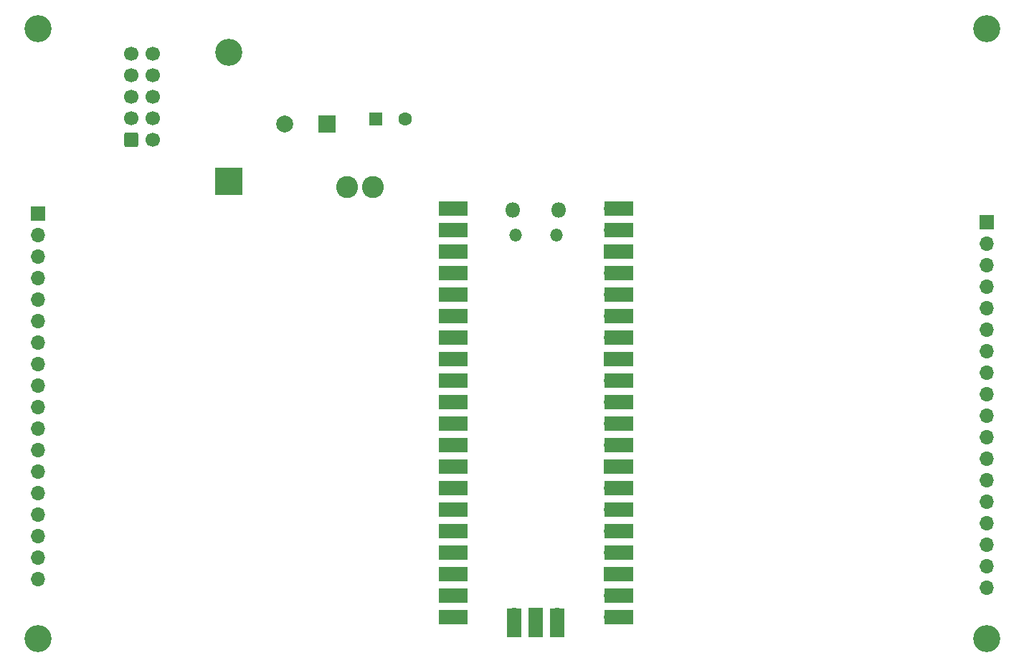
<source format=gbr>
%TF.GenerationSoftware,KiCad,Pcbnew,7.0.2*%
%TF.CreationDate,2023-08-30T16:49:00+01:00*%
%TF.ProjectId,dk2_02_bottom,646b325f-3032-45f6-926f-74746f6d2e6b,rev?*%
%TF.SameCoordinates,Original*%
%TF.FileFunction,Soldermask,Bot*%
%TF.FilePolarity,Negative*%
%FSLAX46Y46*%
G04 Gerber Fmt 4.6, Leading zero omitted, Abs format (unit mm)*
G04 Created by KiCad (PCBNEW 7.0.2) date 2023-08-30 16:49:00*
%MOMM*%
%LPD*%
G01*
G04 APERTURE LIST*
G04 Aperture macros list*
%AMRoundRect*
0 Rectangle with rounded corners*
0 $1 Rounding radius*
0 $2 $3 $4 $5 $6 $7 $8 $9 X,Y pos of 4 corners*
0 Add a 4 corners polygon primitive as box body*
4,1,4,$2,$3,$4,$5,$6,$7,$8,$9,$2,$3,0*
0 Add four circle primitives for the rounded corners*
1,1,$1+$1,$2,$3*
1,1,$1+$1,$4,$5*
1,1,$1+$1,$6,$7*
1,1,$1+$1,$8,$9*
0 Add four rect primitives between the rounded corners*
20,1,$1+$1,$2,$3,$4,$5,0*
20,1,$1+$1,$4,$5,$6,$7,0*
20,1,$1+$1,$6,$7,$8,$9,0*
20,1,$1+$1,$8,$9,$2,$3,0*%
G04 Aperture macros list end*
%ADD10C,3.200000*%
%ADD11R,1.700000X1.700000*%
%ADD12O,1.700000X1.700000*%
%ADD13RoundRect,0.250000X-0.600000X-0.600000X0.600000X-0.600000X0.600000X0.600000X-0.600000X0.600000X0*%
%ADD14C,1.700000*%
%ADD15C,2.600000*%
%ADD16R,1.600000X1.600000*%
%ADD17C,1.600000*%
%ADD18R,2.000000X2.000000*%
%ADD19C,2.000000*%
%ADD20R,3.200000X3.200000*%
%ADD21O,3.200000X3.200000*%
%ADD22O,1.800000X1.800000*%
%ADD23O,1.500000X1.500000*%
%ADD24R,3.500000X1.700000*%
%ADD25R,1.700000X3.500000*%
G04 APERTURE END LIST*
D10*
%TO.C,H4*%
X196000000Y-126000000D03*
%TD*%
%TO.C,H3*%
X84000000Y-126000000D03*
%TD*%
%TO.C,H2*%
X196000000Y-54000000D03*
%TD*%
D11*
%TO.C,J1*%
X84000000Y-75820000D03*
D12*
X84000000Y-78360000D03*
X84000000Y-80900000D03*
X84000000Y-83440000D03*
X84000000Y-85980000D03*
X84000000Y-88520000D03*
X84000000Y-91060000D03*
X84000000Y-93600000D03*
X84000000Y-96140000D03*
X84000000Y-98680000D03*
X84000000Y-101220000D03*
X84000000Y-103760000D03*
X84000000Y-106300000D03*
X84000000Y-108840000D03*
X84000000Y-111380000D03*
X84000000Y-113920000D03*
X84000000Y-116460000D03*
X84000000Y-119000000D03*
%TD*%
D10*
%TO.C,H1*%
X84000000Y-54000000D03*
%TD*%
D11*
%TO.C,J2*%
X196000000Y-76820000D03*
D12*
X196000000Y-79360000D03*
X196000000Y-81900000D03*
X196000000Y-84440000D03*
X196000000Y-86980000D03*
X196000000Y-89520000D03*
X196000000Y-92060000D03*
X196000000Y-94600000D03*
X196000000Y-97140000D03*
X196000000Y-99680000D03*
X196000000Y-102220000D03*
X196000000Y-104760000D03*
X196000000Y-107300000D03*
X196000000Y-109840000D03*
X196000000Y-112380000D03*
X196000000Y-114920000D03*
X196000000Y-117460000D03*
X196000000Y-120000000D03*
%TD*%
D13*
%TO.C,J3*%
X95000000Y-67080000D03*
D14*
X97540000Y-67080000D03*
X95000000Y-64540000D03*
X97540000Y-64540000D03*
X95000000Y-62000000D03*
X97540000Y-62000000D03*
X95000000Y-59460000D03*
X97540000Y-59460000D03*
X95000000Y-56920000D03*
X97540000Y-56920000D03*
%TD*%
D15*
%TO.C,L1*%
X120532323Y-72700000D03*
X123532323Y-72700000D03*
%TD*%
D16*
%TO.C,C27*%
X123879672Y-64600000D03*
D17*
X127379672Y-64600000D03*
%TD*%
D18*
%TO.C,C25*%
X118100000Y-65200000D03*
D19*
X113100000Y-65200000D03*
%TD*%
D20*
%TO.C,D2*%
X106500000Y-72000000D03*
D21*
X106500000Y-56760000D03*
%TD*%
D22*
%TO.C,U1*%
X145515000Y-75350000D03*
D23*
X145215000Y-78380000D03*
X140365000Y-78380000D03*
D22*
X140065000Y-75350000D03*
D12*
X151680000Y-75220000D03*
D24*
X152580000Y-75220000D03*
D12*
X151680000Y-77760000D03*
D24*
X152580000Y-77760000D03*
D11*
X151680000Y-80300000D03*
D24*
X152580000Y-80300000D03*
D12*
X151680000Y-82840000D03*
D24*
X152580000Y-82840000D03*
D12*
X151680000Y-85380000D03*
D24*
X152580000Y-85380000D03*
D12*
X151680000Y-87920000D03*
D24*
X152580000Y-87920000D03*
D12*
X151680000Y-90460000D03*
D24*
X152580000Y-90460000D03*
D11*
X151680000Y-93000000D03*
D24*
X152580000Y-93000000D03*
D12*
X151680000Y-95540000D03*
D24*
X152580000Y-95540000D03*
D12*
X151680000Y-98080000D03*
D24*
X152580000Y-98080000D03*
D12*
X151680000Y-100620000D03*
D24*
X152580000Y-100620000D03*
D12*
X151680000Y-103160000D03*
D24*
X152580000Y-103160000D03*
D11*
X151680000Y-105700000D03*
D24*
X152580000Y-105700000D03*
D12*
X151680000Y-108240000D03*
D24*
X152580000Y-108240000D03*
D12*
X151680000Y-110780000D03*
D24*
X152580000Y-110780000D03*
D12*
X151680000Y-113320000D03*
D24*
X152580000Y-113320000D03*
D12*
X151680000Y-115860000D03*
D24*
X152580000Y-115860000D03*
D11*
X151680000Y-118400000D03*
D24*
X152580000Y-118400000D03*
D12*
X151680000Y-120940000D03*
D24*
X152580000Y-120940000D03*
D12*
X151680000Y-123480000D03*
D24*
X152580000Y-123480000D03*
D12*
X133900000Y-123480000D03*
D24*
X133000000Y-123480000D03*
D12*
X133900000Y-120940000D03*
D24*
X133000000Y-120940000D03*
D11*
X133900000Y-118400000D03*
D24*
X133000000Y-118400000D03*
D12*
X133900000Y-115860000D03*
D24*
X133000000Y-115860000D03*
D12*
X133900000Y-113320000D03*
D24*
X133000000Y-113320000D03*
D12*
X133900000Y-110780000D03*
D24*
X133000000Y-110780000D03*
D12*
X133900000Y-108240000D03*
D24*
X133000000Y-108240000D03*
D11*
X133900000Y-105700000D03*
D24*
X133000000Y-105700000D03*
D12*
X133900000Y-103160000D03*
D24*
X133000000Y-103160000D03*
D12*
X133900000Y-100620000D03*
D24*
X133000000Y-100620000D03*
D12*
X133900000Y-98080000D03*
D24*
X133000000Y-98080000D03*
D12*
X133900000Y-95540000D03*
D24*
X133000000Y-95540000D03*
D11*
X133900000Y-93000000D03*
D24*
X133000000Y-93000000D03*
D12*
X133900000Y-90460000D03*
D24*
X133000000Y-90460000D03*
D12*
X133900000Y-87920000D03*
D24*
X133000000Y-87920000D03*
D12*
X133900000Y-85380000D03*
D24*
X133000000Y-85380000D03*
D12*
X133900000Y-82840000D03*
D24*
X133000000Y-82840000D03*
D11*
X133900000Y-80300000D03*
D24*
X133000000Y-80300000D03*
D12*
X133900000Y-77760000D03*
D24*
X133000000Y-77760000D03*
D12*
X133900000Y-75220000D03*
D24*
X133000000Y-75220000D03*
D12*
X145330000Y-123250000D03*
D25*
X145330000Y-124150000D03*
D11*
X142790000Y-123250000D03*
D25*
X142790000Y-124150000D03*
D12*
X140250000Y-123250000D03*
D25*
X140250000Y-124150000D03*
%TD*%
M02*

</source>
